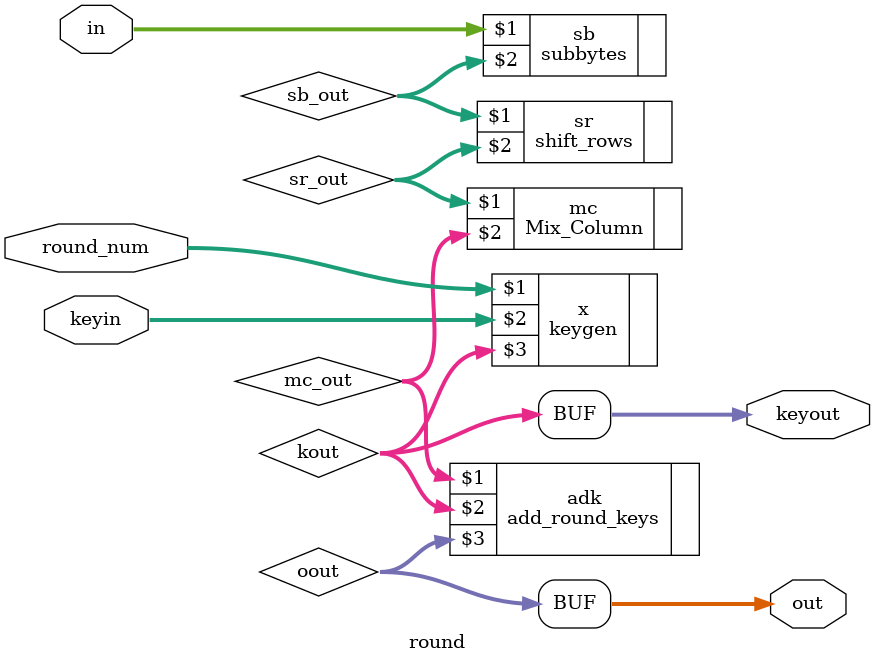
<source format=v>
/*
------Round Module------
inputs: 
	1- in -128 bit wire- (State)
	2- round_num -128 bit wire- (Round Number)
	3- keyin -128 bit wire- (input key)
output: 
	1- keyout -128 bit register- (output of this round and input to the next round)
	2- out -128 bit register- (output of this round and input to the next round)
Description:
	- the input passes by these modules in order:
	  key generation, substitute bytes, shift rows,
	  mix columns, add round key
	
*/
module round (
	input wire [127:0]in,
	input wire[3:0]round_num,
	input wire [127:0]keyin,
	output reg [127:0]keyout, 
	output reg[127:0]out
	);
	
	wire [127:0]sb_out, sr_out, mc_out,  kout,oout;
	
	keygen x(round_num, keyin, kout); 	 
	
	subbytes sb(in, sb_out);
	shift_rows sr(sb_out, sr_out);
	Mix_Column mc(sr_out, mc_out);
	add_round_keys adk(mc_out, kout, oout);  
	
	always@*
		begin
			keyout=kout;
			out =oout;
			
		end
	
	
	
endmodule


</source>
